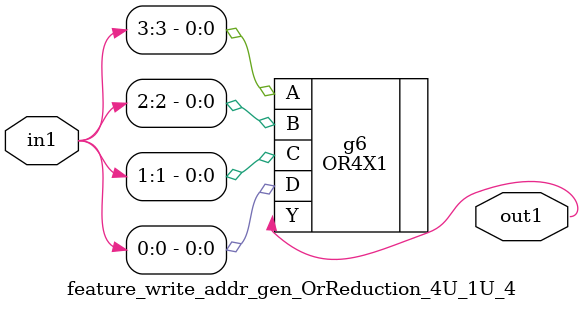
<source format=v>
`timescale 1ps / 1ps


module feature_write_addr_gen_OrReduction_4U_1U_4(in1, out1);
  input [3:0] in1;
  output out1;
  wire [3:0] in1;
  wire out1;
  OR4X1 g6(.A (in1[3]), .B (in1[2]), .C (in1[1]), .D (in1[0]), .Y
       (out1));
endmodule



</source>
